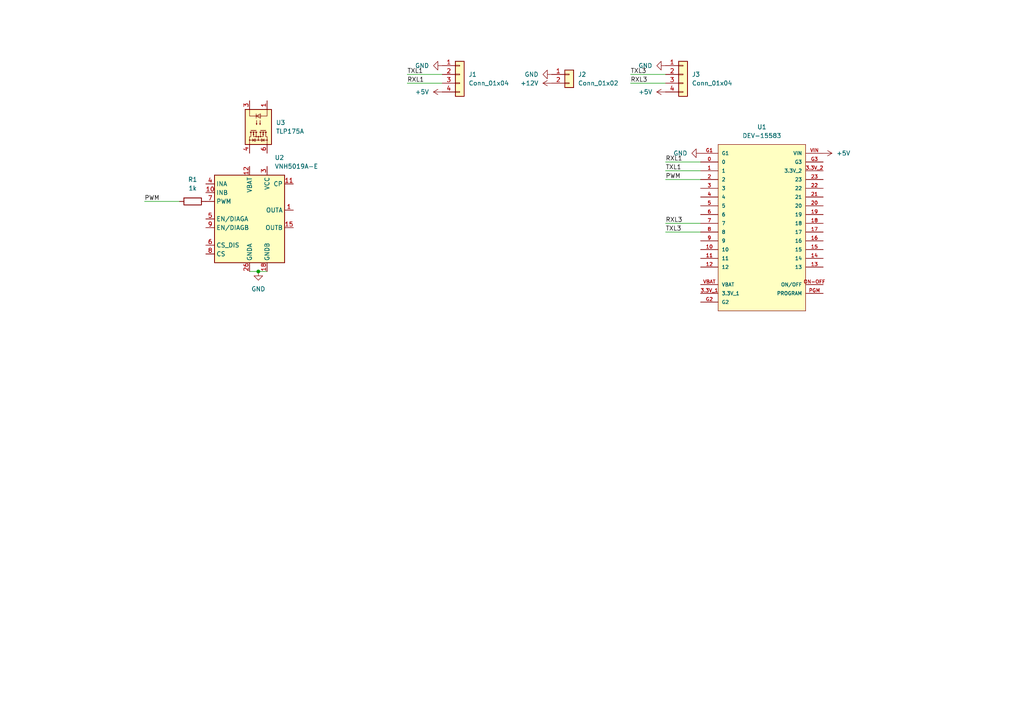
<source format=kicad_sch>
(kicad_sch (version 20231120) (generator "eeschema") (generator_version "8.0")
  (paper "A4")
  (lib_symbols
    (symbol "Board:DEV-15583" (pin_names (offset 1.016))
      (property "Reference" "U" (at -12.7 23.622 0))
      (property "Value" "DEV-15583" (at -12.7 -27.94 0))
      (symbol "DEV-15583_0_0"
        (rectangle (start -12.7 -25.4) (end 12.7 22.86) (stroke (width 0.1524)) (fill (type background)))
        (pin bidirectional line (at -17.78 17.78 0) (length 5.08) (name "0") (number "0"))
        (pin bidirectional line (at -17.78 15.24 0) (length 5.08) (name "1") (number "1"))
        (pin bidirectional line (at -17.78 -7.62 0) (length 5.08) (name "10") (number "10"))
        (pin bidirectional line (at -17.78 -10.16 0) (length 5.08) (name "11") (number "11"))
        (pin bidirectional line (at -17.78 -12.7 0) (length 5.08) (name "12") (number "12"))
        (pin bidirectional line (at 17.78 -12.7 180) (length 5.08) (name "13") (number "13"))
        (pin bidirectional line (at 17.78 -10.16 180) (length 5.08) (name "14") (number "14"))
        (pin bidirectional line (at 17.78 -7.62 180) (length 5.08) (name "15") (number "15"))
        (pin bidirectional line (at 17.78 -5.08 180) (length 5.08) (name "16") (number "16"))
        (pin bidirectional line (at 17.78 -2.54 180) (length 5.08) (name "17") (number "17"))
        (pin bidirectional line (at 17.78 0 180) (length 5.08) (name "18") (number "18"))
        (pin bidirectional line (at 17.78 2.54 180) (length 5.08) (name "19") (number "19"))
        (pin bidirectional line (at -17.78 12.7 0) (length 5.08) (name "2") (number "2"))
        (pin bidirectional line (at 17.78 5.08 180) (length 5.08) (name "20") (number "20"))
        (pin bidirectional line (at 17.78 7.62 180) (length 5.08) (name "21") (number "21"))
        (pin bidirectional line (at 17.78 10.16 180) (length 5.08) (name "22") (number "22"))
        (pin bidirectional line (at 17.78 12.7 180) (length 5.08) (name "23") (number "23"))
        (pin bidirectional line (at -17.78 10.16 0) (length 5.08) (name "3") (number "3"))
        (pin power_in line (at -17.78 -20.32 0) (length 5.08) (name "3.3V_1") (number "3.3V_1"))
        (pin power_in line (at 17.78 15.24 180) (length 5.08) (name "3.3V_2") (number "3.3V_2"))
        (pin bidirectional line (at -17.78 7.62 0) (length 5.08) (name "4") (number "4"))
        (pin bidirectional line (at -17.78 5.08 0) (length 5.08) (name "5") (number "5"))
        (pin bidirectional line (at -17.78 2.54 0) (length 5.08) (name "6") (number "6"))
        (pin bidirectional line (at -17.78 0 0) (length 5.08) (name "7") (number "7"))
        (pin bidirectional line (at -17.78 -2.54 0) (length 5.08) (name "8") (number "8"))
        (pin bidirectional line (at -17.78 -5.08 0) (length 5.08) (name "9") (number "9"))
        (pin power_in line (at -17.78 20.32 0) (length 5.08) (name "G1") (number "G1"))
        (pin power_in line (at -17.78 -22.86 0) (length 5.08) (name "G2") (number "G2"))
        (pin power_in line (at 17.78 17.78 180) (length 5.08) (name "G3") (number "G3"))
        (pin bidirectional line (at 17.78 -17.78 180) (length 5.08) (name "ON/OFF") (number "ON-OFF"))
        (pin bidirectional line (at 17.78 -20.32 180) (length 5.08) (name "PROGRAM") (number "PGM"))
        (pin power_in line (at -17.78 -17.78 0) (length 5.08) (name "VBAT") (number "VBAT"))
        (pin power_in line (at 17.78 20.32 180) (length 5.08) (name "VIN") (number "VIN"))
      )
    )
    (symbol "Connector_Generic:Conn_01x02" (pin_names (offset 1.016) hide)
      (property "Reference" "J" (at 0 2.54 0))
      (property "Value" "Conn_01x02" (at 0 -5.08 0))
      (symbol "Conn_01x02_1_1"
        (rectangle (start -1.27 -2.413) (end 0 -2.667) (stroke (width 0.1524)))
        (rectangle (start -1.27 0.127) (end 0 -0.127) (stroke (width 0.1524)))
        (rectangle (start -1.27 1.27) (end 1.27 -3.81) (stroke (width 0.254)) (fill (type background)))
        (pin passive line (at -5.08 0 0) (length 3.81) (name "Pin_1") (number "1"))
        (pin passive line (at -5.08 -2.54 0) (length 3.81) (name "Pin_2") (number "2"))
      )
    )
    (symbol "Connector_Generic:Conn_01x04" (pin_names (offset 1.016) hide)
      (property "Reference" "J" (at 0 5.08 0))
      (property "Value" "Conn_01x04" (at 0 -7.62 0))
      (symbol "Conn_01x04_1_1"
        (rectangle (start -1.27 -4.953) (end 0 -5.207) (stroke (width 0.1524)))
        (rectangle (start -1.27 -2.413) (end 0 -2.667) (stroke (width 0.1524)))
        (rectangle (start -1.27 0.127) (end 0 -0.127) (stroke (width 0.1524)))
        (rectangle (start -1.27 2.667) (end 0 2.413) (stroke (width 0.1524)))
        (rectangle (start -1.27 3.81) (end 1.27 -6.35) (stroke (width 0.254)) (fill (type background)))
        (pin passive line (at -5.08 2.54 0) (length 3.81) (name "Pin_1") (number "1"))
        (pin passive line (at -5.08 0 0) (length 3.81) (name "Pin_2") (number "2"))
        (pin passive line (at -5.08 -2.54 0) (length 3.81) (name "Pin_3") (number "3"))
        (pin passive line (at -5.08 -5.08 0) (length 3.81) (name "Pin_4") (number "4"))
      )
    )
    (symbol "Device:R" (pin_numbers hide) (pin_names (offset 0))
      (property "Reference" "R" (at 2.032 0 90))
      (property "Value" "R" (at 0 0 90))
      (symbol "R_0_1"
        (rectangle (start -1.016 -2.54) (end 1.016 2.54) (stroke (width 0.254)))
      )
      (symbol "R_1_1"
        (pin passive line (at 0 3.81 270) (length 1.27) (name "~") (number "1"))
        (pin passive line (at 0 -3.81 90) (length 1.27) (name "~") (number "2"))
      )
    )
    (symbol "Driver_Motor:VNH5019A-E"
      (property "Reference" "U" (at -7.62 13.97 0))
      (property "Value" "VNH5019A-E" (at 12.7 13.97 0))
      (symbol "VNH5019A-E_0_1"
        (rectangle (start -10.16 12.7) (end 10.16 -12.7) (stroke (width 0.254)) (fill (type background)))
      )
      (symbol "VNH5019A-E_1_1"
        (pin output line (at 12.7 2.54 180) (length 2.54) (name "OUTA") (number "1"))
        (pin input line (at -12.7 7.62 0) (length 2.54) (name "INB") (number "10"))
        (pin output line (at 12.7 10.16 180) (length 2.54) (name "CP") (number "11"))
        (pin power_in line (at 0 15.24 270) (length 2.54) (name "VBAT") (number "12"))
        (pin passive line (at 5.08 15.24 270) (length 2.54) hide (name "VCC") (number "13"))
        (pin no_connect line (at 10.16 -10.16 180) (length 2.54) hide (name "NC") (number "14"))
        (pin output line (at 12.7 -2.54 180) (length 2.54) (name "OUTB") (number "15"))
        (pin passive line (at 12.7 -2.54 180) (length 2.54) hide (name "OUTB") (number "16"))
        (pin no_connect line (at 10.16 -5.08 180) (length 2.54) hide (name "NC") (number "17"))
        (pin power_in line (at 5.08 -15.24 90) (length 2.54) (name "GNDB") (number "18"))
        (pin passive line (at 5.08 -15.24 90) (length 2.54) hide (name "GNDB") (number "19"))
        (pin no_connect line (at 10.16 -7.62 180) (length 2.54) hide (name "NC") (number "2"))
        (pin passive line (at 5.08 -15.24 90) (length 2.54) hide (name "GNDB") (number "20"))
        (pin passive line (at 12.7 -2.54 180) (length 2.54) hide (name "OUTB") (number "21"))
        (pin no_connect line (at 10.16 0 180) (length 2.54) hide (name "NC") (number "22"))
        (pin passive line (at 5.08 15.24 270) (length 2.54) hide (name "VCC") (number "23"))
        (pin no_connect line (at 10.16 5.08 180) (length 2.54) hide (name "NC") (number "24"))
        (pin passive line (at 12.7 2.54 180) (length 2.54) hide (name "OUTA") (number "25"))
        (pin power_in line (at 0 -15.24 90) (length 2.54) (name "GNDA") (number "26"))
        (pin passive line (at 0 -15.24 90) (length 2.54) hide (name "GNDA") (number "27"))
        (pin passive line (at 0 -15.24 90) (length 2.54) hide (name "GNDA") (number "28"))
        (pin no_connect line (at 10.16 7.62 180) (length 2.54) hide (name "NC") (number "29"))
        (pin power_in line (at 5.08 15.24 270) (length 2.54) (name "VCC") (number "3"))
        (pin passive line (at 12.7 2.54 180) (length 2.54) hide (name "OUTA") (number "30"))
        (pin passive line (at 5.08 15.24 270) (length 2.54) hide (name "VCC") (number "31"))
        (pin passive line (at 12.7 -2.54 180) (length 2.54) hide (name "OUTB") (number "32"))
        (pin passive line (at 12.7 2.54 180) (length 2.54) hide (name "OUTA") (number "33"))
        (pin input line (at -12.7 10.16 0) (length 2.54) (name "INA") (number "4"))
        (pin open_collector line (at -12.7 0 0) (length 2.54) (name "EN/DIAGA") (number "5"))
        (pin input line (at -12.7 -7.62 0) (length 2.54) (name "CS_DIS") (number "6"))
        (pin input line (at -12.7 5.08 0) (length 2.54) (name "PWM") (number "7"))
        (pin output line (at -12.7 -10.16 0) (length 2.54) (name "CS") (number "8"))
        (pin open_collector line (at -12.7 -2.54 0) (length 2.54) (name "EN/DIAGB") (number "9"))
      )
    )
    (symbol "Relay_SolidState:TLP175A"
      (property "Reference" "U" (at -5.08 4.953 0))
      (property "Value" "TLP175A" (at -5.08 -5.08 0))
      (symbol "TLP175A_0_1"
        (rectangle (start -5.08 3.81) (end 5.08 -3.81) (stroke (width 0.254)) (fill (type background)))
        (polyline (pts (xy -3.81 -0.635) (xy -2.54 -0.635)))
        (polyline (pts (xy 1.016 -0.635) (xy 1.016 -2.159)) (stroke (width 0.2032)))
        (polyline (pts (xy 1.016 2.159) (xy 1.016 0.635)) (stroke (width 0.2032)))
        (polyline (pts (xy 1.524 -0.508) (xy 1.524 -0.762)) (stroke (width 0.3556)))
        (polyline (pts (xy 2.794 0) (xy 3.81 0)))
        (polyline (pts (xy 3.429 -1.651) (xy 4.191 -1.651)))
        (polyline (pts (xy 3.429 1.651) (xy 4.191 1.651)))
        (polyline (pts (xy 3.81 -2.54) (xy 3.81 2.54)))
        (polyline (pts (xy 1.524 -2.032) (xy 1.524 -2.286) (xy 1.524 -2.286)) (stroke (width 0.3556)))
        (polyline (pts (xy 1.524 -1.27) (xy 1.524 -1.524) (xy 1.524 -1.524)) (stroke (width 0.3556)))
        (polyline (pts (xy 1.524 0.762) (xy 1.524 0.508) (xy 1.524 0.508)) (stroke (width 0.3556)))
        (polyline (pts (xy 1.524 1.524) (xy 1.524 1.27) (xy 1.524 1.27)) (stroke (width 0.3556)))
        (polyline (pts (xy 1.524 2.286) (xy 1.524 2.032) (xy 1.524 2.032)) (stroke (width 0.3556)))
        (polyline (pts (xy 1.651 -1.397) (xy 2.794 -1.397) (xy 2.794 -0.635)))
        (polyline (pts (xy 1.651 1.397) (xy 2.794 1.397) (xy 2.794 0.635)))
        (polyline (pts (xy -5.08 2.54) (xy -3.175 2.54) (xy -3.175 -2.54) (xy -5.08 -2.54)))
        (polyline (pts (xy -3.175 -0.635) (xy -3.81 0.635) (xy -2.54 0.635) (xy -3.175 -0.635)))
        (polyline (pts (xy 1.651 -2.159) (xy 2.794 -2.159) (xy 2.794 -2.54) (xy 5.08 -2.54)))
        (polyline (pts (xy 1.651 -0.635) (xy 2.794 -0.635) (xy 2.794 0.635) (xy 1.651 0.635)))
        (polyline (pts (xy 1.651 2.159) (xy 2.794 2.159) (xy 2.794 2.54) (xy 5.08 2.54)))
        (polyline (pts (xy 1.778 -1.397) (xy 2.286 -1.27) (xy 2.286 -1.524) (xy 1.778 -1.397)))
        (polyline (pts (xy 1.778 1.397) (xy 2.286 1.524) (xy 2.286 1.27) (xy 1.778 1.397)))
        (polyline (pts (xy 3.81 -1.651) (xy 3.429 -0.889) (xy 4.191 -0.889) (xy 3.81 -1.651)))
        (polyline (pts (xy 3.81 1.651) (xy 3.429 0.889) (xy 4.191 0.889) (xy 3.81 1.651)))
        (polyline (pts (xy -1.905 -0.508) (xy -0.635 -0.508) (xy -1.016 -0.635) (xy -1.016 -0.381) (xy -0.635 -0.508)))
        (polyline (pts (xy -1.905 0.508) (xy -0.635 0.508) (xy -1.016 0.381) (xy -1.016 0.635) (xy -0.635 0.508)))
        (circle (center 2.794 -0.635) (radius 0.127))
        (circle (center 2.794 0) (radius 0.127))
        (circle (center 2.794 0.635) (radius 0.127))
        (circle (center 3.81 -2.54) (radius 0.127))
        (circle (center 3.81 0) (radius 0.127))
        (circle (center 3.81 2.54) (radius 0.127))
      )
      (symbol "TLP175A_1_1"
        (pin passive line (at -7.62 2.54 0) (length 2.54) (name "~") (number "1"))
        (pin passive line (at -7.62 -2.54 0) (length 2.54) (name "~") (number "3"))
        (pin passive line (at 7.62 -2.54 180) (length 2.54) (name "~") (number "4"))
        (pin passive line (at 7.62 2.54 180) (length 2.54) (name "~") (number "6"))
      )
    )
    (symbol "power:+12V" (power) (pin_names (offset 0))
      (property "Value" "+12V" (at 0 3.556 0))
      (symbol "+12V_0_1"
        (polyline (pts (xy -0.762 1.27) (xy 0 2.54)))
        (polyline (pts (xy 0 0) (xy 0 2.54)))
        (polyline (pts (xy 0 2.54) (xy 0.762 1.27)))
      )
      (symbol "+12V_1_1"
        (pin power_in line (at 0 0 90) (length 0) hide (name "+12V") (number "1"))
      )
    )
    (symbol "power:+5V" (power) (pin_names (offset 0))
      (property "Value" "+5V" (at 0 3.556 0))
      (symbol "+5V_0_1"
        (polyline (pts (xy -0.762 1.27) (xy 0 2.54)))
        (polyline (pts (xy 0 0) (xy 0 2.54)))
        (polyline (pts (xy 0 2.54) (xy 0.762 1.27)))
      )
      (symbol "+5V_1_1"
        (pin power_in line (at 0 0 90) (length 0) hide (name "+5V") (number "1"))
      )
    )
    (symbol "power:GND" (power) (pin_names (offset 0))
      (property "Value" "GND" (at 0 -3.81 0))
      (symbol "GND_0_1"
        (polyline (pts (xy 0 0) (xy 0 -1.27) (xy 1.27 -1.27) (xy 0 -2.54) (xy -1.27 -1.27) (xy 0 -1.27)))
      )
      (symbol "GND_1_1"
        (pin power_in line (at 0 0 270) (length 0) hide (name "GND") (number "1"))
      )
    )
  )
  (junction (at 74.93 78.74))
  (wire (pts (xy 193.04 64.77) (xy 203.2 64.77)))
  (wire (pts (xy 182.88 24.13) (xy 193.04 24.13)))
  (wire (pts (xy 193.04 49.53) (xy 203.2 49.53)))
  (wire (pts (xy 182.88 21.59) (xy 193.04 21.59)))
  (wire (pts (xy 193.04 52.07) (xy 203.2 52.07)))
  (wire (pts (xy 193.04 67.31) (xy 203.2 67.31)))
  (wire (pts (xy 41.91 58.42) (xy 52.07 58.42)))
  (wire (pts (xy 74.93 78.74) (xy 77.47 78.74)))
  (wire (pts (xy 118.11 21.59) (xy 128.27 21.59)))
  (wire (pts (xy 72.39 78.74) (xy 74.93 78.74)))
  (wire (pts (xy 193.04 46.99) (xy 203.2 46.99)))
  (wire (pts (xy 118.11 24.13) (xy 128.27 24.13)))
  (label "PWM" (at 193.04 52.07 0))
  (label "RXL3" (at 182.88 24.13 0))
  (label "TXL3" (at 193.04 67.31 0))
  (label "PWM" (at 41.91 58.42 0))
  (label "RXL3" (at 193.04 64.77 0))
  (label "RXL1" (at 118.11 24.13 0))
  (label "TXL3" (at 182.88 21.59 0))
  (label "TXL1" (at 118.11 21.59 0))
  (label "RXL1" (at 193.04 46.99 0))
  (label "TXL1" (at 193.04 49.53 0))
  (symbol (lib_id "Connector_Generic:Conn_01x04") (at 133.35 21.59 0) (unit 1)
    (property "Reference" "J1" (at 135.89 21.59 0) (effects (justify left)))
    (property "Value" "Conn_01x04" (at 135.89 24.13 0) (effects (justify left)))
    (property "Footprint" "Connector_JST:JST_XH_B4B-XH-AM_1x04_P2.50mm_Vertical" (effects (hide yes)))
  )
  (symbol (lib_id "power:GND") (at 193.04 19.05 270) (unit 1)
    (property "Reference" "#PWR07" (effects (hide yes)))
    (property "Value" "GND" (at 189.23 19.05 90) (effects (justify right)))
  )
  (symbol (lib_id "Device:R") (at 55.88 58.42 90) (unit 1)
    (property "Reference" "R1" (at 55.88 52.07 90))
    (property "Value" "1k" (at 55.88 54.61 90))
    (property "Description" "Resistor" (effects (hide yes)))
  )
  (symbol (lib_id "power:GND") (at 160.02 21.59 270) (unit 1)
    (property "Reference" "#PWR02" (effects (hide yes)))
    (property "Value" "GND" (at 156.21 21.59 90) (effects (justify right)))
  )
  (symbol (lib_id "power:+5V") (at 128.27 26.67 90) (unit 1)
    (property "Reference" "#PWR05" (effects (hide yes)))
    (property "Value" "+5V" (at 124.46 26.67 90) (effects (justify left)))
  )
  (symbol (lib_id "Connector_Generic:Conn_01x04") (at 198.12 21.59 0) (unit 1)
    (property "Reference" "J3" (at 200.66 21.59 0) (effects (justify left)))
    (property "Value" "Conn_01x04" (at 200.66 24.13 0) (effects (justify left)))
    (property "Footprint" "Connector_JST:JST_XH_B4B-XH-AM_1x04_P2.50mm_Vertical" (effects (hide yes)))
  )
  (symbol (lib_id "Board:DEV-15583") (at 220.98 64.77 0) (unit 1)
    (property "Reference" "U1" (at 220.98 36.83 0))
    (property "Value" "DEV-15583" (at 220.98 39.37 0))
    (property "Footprint" "DEV-15583:MODULE_DEV-15583" (effects (hide yes)))
    (property "Description" "\nRT1062 Teensy 4.0 series ARM® Cortex®-M7 MPU Embedded Evaluation Board\n" (effects (hide yes)))
    (property "MF" "SparkFun Electronics" (effects (hide yes)))
    (property "MAXIMUM_PACKAGE_HEIGHT" "5.87mm" (effects (hide yes)))
    (property "Package" "None" (effects (hide yes)))
    (property "Price" "None" (effects (hide yes)))
    (property "Check_prices" "https://www.snapeda.com/parts/DEV-15583/SparkFun+Electronics/view-part/?ref=eda" (effects (hide yes)))
    (property "STANDARD" "Manufacturer Recommendations" (effects (hide yes)))
    (property "SnapEDA_Link" "https://www.snapeda.com/parts/DEV-15583/SparkFun+Electronics/view-part/?ref=snap" (effects (hide yes)))
    (property "MP" "DEV-15583" (effects (hide yes)))
    (property "Purchase-URL" "https://www.snapeda.com/api/url_track_click_mouser/?unipart_id=4001229&manufacturer=SparkFun Electronics&part_name=DEV-15583&search_term=None" (effects (hide yes)))
    (property "Availability" "In Stock" (effects (hide yes)))
    (property "MANUFACTURER" "Sparkfun" (effects (hide yes)))
  )
  (symbol (lib_id "Relay_SolidState:TLP175A") (at 74.93 36.83 270) (unit 1)
    (property "Reference" "U3" (at 80.01 35.5599 90) (effects (justify left)))
    (property "Value" "TLP175A" (at 80.01 38.0999 90) (effects (justify left)))
    (property "Footprint" "Package_SO:MFSOP6-4_4.4x3.6mm_P1.27mm" (effects (hide yes)))
    (property "Datasheet" "https://toshiba.semicon-storage.com/info/docget.jsp?did=13665&prodName=TLP175A" (effects (hide yes)))
    (property "Description" "MOSFET Photorelay 1-Form-A, Voff 60V, Ion 100mA, SOP6" (effects (hide yes)))
  )
  (symbol (lib_id "power:+12V") (at 160.02 24.13 90) (unit 1)
    (property "Reference" "#PWR03" (effects (hide yes)))
    (property "Value" "+12V" (at 156.21 24.13 90) (effects (justify left)))
  )
  (symbol (lib_id "Connector_Generic:Conn_01x02") (at 165.1 21.59 0) (unit 1)
    (property "Reference" "J2" (at 167.64 21.59 0) (effects (justify left)))
    (property "Value" "Conn_01x02" (at 167.64 24.13 0) (effects (justify left)))
    (property "Footprint" "Connector_AMASS:AMASS_XT60-M_1x02_P7.20mm_Vertical" (effects (hide yes)))
  )
  (symbol (lib_id "power:GND") (at 203.2 44.45 270) (unit 1)
    (property "Reference" "#PWR06" (effects (hide yes)))
    (property "Value" "GND" (at 199.39 44.45 90) (effects (justify right)))
  )
  (symbol (lib_id "power:GND") (at 128.27 19.05 270) (unit 1)
    (property "Reference" "#PWR01" (effects (hide yes)))
    (property "Value" "GND" (at 124.46 19.05 90) (effects (justify right)))
  )
  (symbol (lib_id "power:+5V") (at 238.76 44.45 270) (unit 1)
    (property "Reference" "#PWR04" (effects (hide yes)))
    (property "Value" "+5V" (at 242.57 44.45 90) (effects (justify left)))
  )
  (symbol (lib_id "Driver_Motor:VNH5019A-E") (at 72.39 63.5 0) (unit 1)
    (property "Reference" "U2" (at 79.6641 45.72 0) (effects (justify left)))
    (property "Value" "VNH5019A-E" (at 79.6641 48.26 0) (effects (justify left)))
    (property "Footprint" "Package_SO:ST_MultiPowerSO-30" (effects (hide yes)))
    (property "Datasheet" "https://www.st.com/resource/en/datasheet/vnh5019a-e.pdf" (effects (hide yes)))
    (property "Description" "Full Bridge Motor Driver, 41V, 30A, -40 to 150C, MultiPowerSO-30" (effects (hide yes)))
  )
  (symbol (lib_id "power:+5V") (at 193.04 26.67 90) (unit 1)
    (property "Reference" "#PWR08" (effects (hide yes)))
    (property "Value" "+5V" (at 189.23 26.67 90) (effects (justify left)))
  )
  (symbol (lib_id "power:GND") (at 74.93 78.74 0) (unit 1)
    (property "Reference" "#PWR09" (effects (hide yes)))
    (property "Value" "GND" (at 74.93 83.82 0))
    (property "Description" "Power symbol creates a global label with name \"GND\" , ground" (effects (hide yes)))
  )
)
</source>
